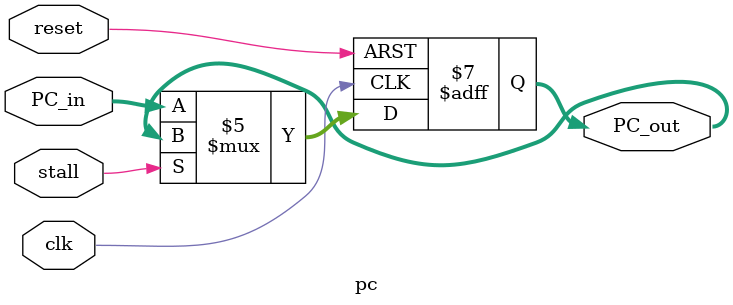
<source format=v>
module pc(
  input [63:0] PC_in,
  input clk,
  input reset,
  input stall, 
  output reg [63:0] PC_out);
  
  always @(posedge clk or posedge reset)
    begin
      if (reset==1'b1)
        begin        
          PC_out = 64'd0;
        end
      else if (stall == 1'b0) 
        begin 
          PC_out = PC_in;
        end
    end
endmodule


</source>
